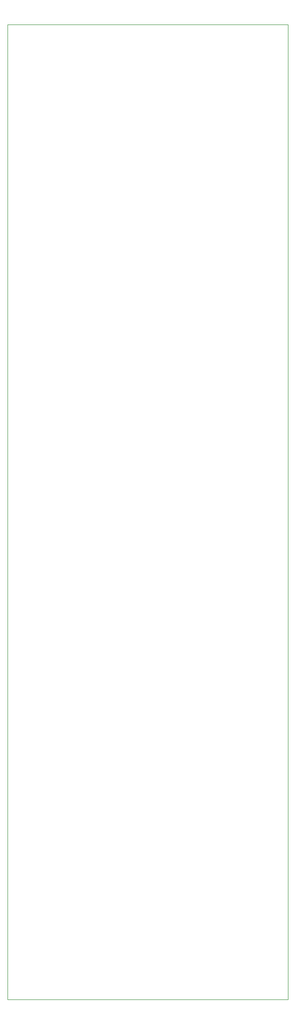
<source format=gbr>
%TF.GenerationSoftware,KiCad,Pcbnew,(5.1.8-0-10_14)*%
%TF.CreationDate,2021-10-30T13:37:44+01:00*%
%TF.ProjectId,4u-2col-spiral-tiled,34752d32-636f-46c2-9d73-706972616c2d,rev?*%
%TF.SameCoordinates,Original*%
%TF.FileFunction,Profile,NP*%
%FSLAX46Y46*%
G04 Gerber Fmt 4.6, Leading zero omitted, Abs format (unit mm)*
G04 Created by KiCad (PCBNEW (5.1.8-0-10_14)) date 2021-10-30 13:37:44*
%MOMM*%
%LPD*%
G01*
G04 APERTURE LIST*
%TA.AperFunction,Profile*%
%ADD10C,0.100000*%
%TD*%
G04 APERTURE END LIST*
D10*
%TO.C,Ref\u002A\u002A*%
X160500000Y-192500000D02*
X110000000Y-192500000D01*
X110000000Y-192500000D02*
X110000000Y-17500000D01*
X110000000Y-17500000D02*
X160500000Y-17500000D01*
X160500000Y-17500000D02*
X160500000Y-192500000D01*
X160500000Y-192500000D02*
X160500000Y-192500000D01*
%TD*%
M02*

</source>
